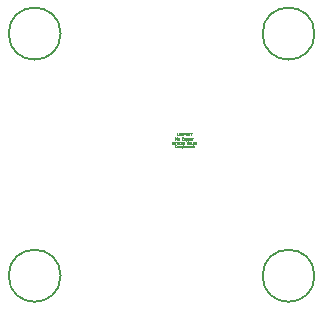
<source format=gbr>
%TF.GenerationSoftware,KiCad,Pcbnew,8.0.5*%
%TF.CreationDate,2024-10-09T18:33:24-04:00*%
%TF.ProjectId,PostureBestICM20948,506f7374-7572-4654-9265-737449434d32,rev?*%
%TF.SameCoordinates,Original*%
%TF.FileFunction,Other,Comment*%
%FSLAX46Y46*%
G04 Gerber Fmt 4.6, Leading zero omitted, Abs format (unit mm)*
G04 Created by KiCad (PCBNEW 8.0.5) date 2024-10-09 18:33:24*
%MOMM*%
%LPD*%
G01*
G04 APERTURE LIST*
%ADD10C,0.040000*%
%ADD11C,0.150000*%
G04 APERTURE END LIST*
D10*
X116630953Y-90590443D02*
X116630953Y-90390443D01*
X116745238Y-90590443D02*
X116659524Y-90476158D01*
X116745238Y-90390443D02*
X116630953Y-90504729D01*
X116830953Y-90485681D02*
X116897619Y-90485681D01*
X116926191Y-90590443D02*
X116830953Y-90590443D01*
X116830953Y-90590443D02*
X116830953Y-90390443D01*
X116830953Y-90390443D02*
X116926191Y-90390443D01*
X117011905Y-90485681D02*
X117078571Y-90485681D01*
X117107143Y-90590443D02*
X117011905Y-90590443D01*
X117011905Y-90590443D02*
X117011905Y-90390443D01*
X117011905Y-90390443D02*
X117107143Y-90390443D01*
X117192857Y-90590443D02*
X117192857Y-90390443D01*
X117192857Y-90390443D02*
X117269047Y-90390443D01*
X117269047Y-90390443D02*
X117288095Y-90399967D01*
X117288095Y-90399967D02*
X117297618Y-90409491D01*
X117297618Y-90409491D02*
X117307142Y-90428539D01*
X117307142Y-90428539D02*
X117307142Y-90457110D01*
X117307142Y-90457110D02*
X117297618Y-90476158D01*
X117297618Y-90476158D02*
X117288095Y-90485681D01*
X117288095Y-90485681D02*
X117269047Y-90495205D01*
X117269047Y-90495205D02*
X117192857Y-90495205D01*
X117430952Y-90390443D02*
X117469047Y-90390443D01*
X117469047Y-90390443D02*
X117488095Y-90399967D01*
X117488095Y-90399967D02*
X117507142Y-90419015D01*
X117507142Y-90419015D02*
X117516666Y-90457110D01*
X117516666Y-90457110D02*
X117516666Y-90523777D01*
X117516666Y-90523777D02*
X117507142Y-90561872D01*
X117507142Y-90561872D02*
X117488095Y-90580920D01*
X117488095Y-90580920D02*
X117469047Y-90590443D01*
X117469047Y-90590443D02*
X117430952Y-90590443D01*
X117430952Y-90590443D02*
X117411904Y-90580920D01*
X117411904Y-90580920D02*
X117392857Y-90561872D01*
X117392857Y-90561872D02*
X117383333Y-90523777D01*
X117383333Y-90523777D02*
X117383333Y-90457110D01*
X117383333Y-90457110D02*
X117392857Y-90419015D01*
X117392857Y-90419015D02*
X117411904Y-90399967D01*
X117411904Y-90399967D02*
X117430952Y-90390443D01*
X117602381Y-90390443D02*
X117602381Y-90552348D01*
X117602381Y-90552348D02*
X117611904Y-90571396D01*
X117611904Y-90571396D02*
X117621428Y-90580920D01*
X117621428Y-90580920D02*
X117640476Y-90590443D01*
X117640476Y-90590443D02*
X117678571Y-90590443D01*
X117678571Y-90590443D02*
X117697619Y-90580920D01*
X117697619Y-90580920D02*
X117707142Y-90571396D01*
X117707142Y-90571396D02*
X117716666Y-90552348D01*
X117716666Y-90552348D02*
X117716666Y-90390443D01*
X117783333Y-90390443D02*
X117897619Y-90390443D01*
X117840476Y-90590443D02*
X117840476Y-90390443D01*
X116507143Y-90990443D02*
X116507143Y-90790443D01*
X116507143Y-90790443D02*
X116621428Y-90990443D01*
X116621428Y-90990443D02*
X116621428Y-90790443D01*
X116745238Y-90990443D02*
X116726190Y-90980920D01*
X116726190Y-90980920D02*
X116716667Y-90971396D01*
X116716667Y-90971396D02*
X116707143Y-90952348D01*
X116707143Y-90952348D02*
X116707143Y-90895205D01*
X116707143Y-90895205D02*
X116716667Y-90876158D01*
X116716667Y-90876158D02*
X116726190Y-90866634D01*
X116726190Y-90866634D02*
X116745238Y-90857110D01*
X116745238Y-90857110D02*
X116773809Y-90857110D01*
X116773809Y-90857110D02*
X116792857Y-90866634D01*
X116792857Y-90866634D02*
X116802381Y-90876158D01*
X116802381Y-90876158D02*
X116811905Y-90895205D01*
X116811905Y-90895205D02*
X116811905Y-90952348D01*
X116811905Y-90952348D02*
X116802381Y-90971396D01*
X116802381Y-90971396D02*
X116792857Y-90980920D01*
X116792857Y-90980920D02*
X116773809Y-90990443D01*
X116773809Y-90990443D02*
X116745238Y-90990443D01*
X117164285Y-90971396D02*
X117154761Y-90980920D01*
X117154761Y-90980920D02*
X117126190Y-90990443D01*
X117126190Y-90990443D02*
X117107142Y-90990443D01*
X117107142Y-90990443D02*
X117078571Y-90980920D01*
X117078571Y-90980920D02*
X117059523Y-90961872D01*
X117059523Y-90961872D02*
X117050000Y-90942824D01*
X117050000Y-90942824D02*
X117040476Y-90904729D01*
X117040476Y-90904729D02*
X117040476Y-90876158D01*
X117040476Y-90876158D02*
X117050000Y-90838062D01*
X117050000Y-90838062D02*
X117059523Y-90819015D01*
X117059523Y-90819015D02*
X117078571Y-90799967D01*
X117078571Y-90799967D02*
X117107142Y-90790443D01*
X117107142Y-90790443D02*
X117126190Y-90790443D01*
X117126190Y-90790443D02*
X117154761Y-90799967D01*
X117154761Y-90799967D02*
X117164285Y-90809491D01*
X117278571Y-90990443D02*
X117259523Y-90980920D01*
X117259523Y-90980920D02*
X117250000Y-90971396D01*
X117250000Y-90971396D02*
X117240476Y-90952348D01*
X117240476Y-90952348D02*
X117240476Y-90895205D01*
X117240476Y-90895205D02*
X117250000Y-90876158D01*
X117250000Y-90876158D02*
X117259523Y-90866634D01*
X117259523Y-90866634D02*
X117278571Y-90857110D01*
X117278571Y-90857110D02*
X117307142Y-90857110D01*
X117307142Y-90857110D02*
X117326190Y-90866634D01*
X117326190Y-90866634D02*
X117335714Y-90876158D01*
X117335714Y-90876158D02*
X117345238Y-90895205D01*
X117345238Y-90895205D02*
X117345238Y-90952348D01*
X117345238Y-90952348D02*
X117335714Y-90971396D01*
X117335714Y-90971396D02*
X117326190Y-90980920D01*
X117326190Y-90980920D02*
X117307142Y-90990443D01*
X117307142Y-90990443D02*
X117278571Y-90990443D01*
X117430952Y-90857110D02*
X117430952Y-91057110D01*
X117430952Y-90866634D02*
X117449999Y-90857110D01*
X117449999Y-90857110D02*
X117488094Y-90857110D01*
X117488094Y-90857110D02*
X117507142Y-90866634D01*
X117507142Y-90866634D02*
X117516666Y-90876158D01*
X117516666Y-90876158D02*
X117526190Y-90895205D01*
X117526190Y-90895205D02*
X117526190Y-90952348D01*
X117526190Y-90952348D02*
X117516666Y-90971396D01*
X117516666Y-90971396D02*
X117507142Y-90980920D01*
X117507142Y-90980920D02*
X117488094Y-90990443D01*
X117488094Y-90990443D02*
X117449999Y-90990443D01*
X117449999Y-90990443D02*
X117430952Y-90980920D01*
X117611904Y-90857110D02*
X117611904Y-91057110D01*
X117611904Y-90866634D02*
X117630951Y-90857110D01*
X117630951Y-90857110D02*
X117669046Y-90857110D01*
X117669046Y-90857110D02*
X117688094Y-90866634D01*
X117688094Y-90866634D02*
X117697618Y-90876158D01*
X117697618Y-90876158D02*
X117707142Y-90895205D01*
X117707142Y-90895205D02*
X117707142Y-90952348D01*
X117707142Y-90952348D02*
X117697618Y-90971396D01*
X117697618Y-90971396D02*
X117688094Y-90980920D01*
X117688094Y-90980920D02*
X117669046Y-90990443D01*
X117669046Y-90990443D02*
X117630951Y-90990443D01*
X117630951Y-90990443D02*
X117611904Y-90980920D01*
X117869046Y-90980920D02*
X117849998Y-90990443D01*
X117849998Y-90990443D02*
X117811903Y-90990443D01*
X117811903Y-90990443D02*
X117792856Y-90980920D01*
X117792856Y-90980920D02*
X117783332Y-90961872D01*
X117783332Y-90961872D02*
X117783332Y-90885681D01*
X117783332Y-90885681D02*
X117792856Y-90866634D01*
X117792856Y-90866634D02*
X117811903Y-90857110D01*
X117811903Y-90857110D02*
X117849998Y-90857110D01*
X117849998Y-90857110D02*
X117869046Y-90866634D01*
X117869046Y-90866634D02*
X117878570Y-90885681D01*
X117878570Y-90885681D02*
X117878570Y-90904729D01*
X117878570Y-90904729D02*
X117783332Y-90923777D01*
X117964285Y-90990443D02*
X117964285Y-90857110D01*
X117964285Y-90895205D02*
X117973808Y-90876158D01*
X117973808Y-90876158D02*
X117983332Y-90866634D01*
X117983332Y-90866634D02*
X118002380Y-90857110D01*
X118002380Y-90857110D02*
X118021427Y-90857110D01*
X116583333Y-91621396D02*
X116573809Y-91630920D01*
X116573809Y-91630920D02*
X116545238Y-91640443D01*
X116545238Y-91640443D02*
X116526190Y-91640443D01*
X116526190Y-91640443D02*
X116497619Y-91630920D01*
X116497619Y-91630920D02*
X116478571Y-91611872D01*
X116478571Y-91611872D02*
X116469048Y-91592824D01*
X116469048Y-91592824D02*
X116459524Y-91554729D01*
X116459524Y-91554729D02*
X116459524Y-91526158D01*
X116459524Y-91526158D02*
X116469048Y-91488062D01*
X116469048Y-91488062D02*
X116478571Y-91469015D01*
X116478571Y-91469015D02*
X116497619Y-91449967D01*
X116497619Y-91449967D02*
X116526190Y-91440443D01*
X116526190Y-91440443D02*
X116545238Y-91440443D01*
X116545238Y-91440443D02*
X116573809Y-91449967D01*
X116573809Y-91449967D02*
X116583333Y-91459491D01*
X116697619Y-91640443D02*
X116678571Y-91630920D01*
X116678571Y-91630920D02*
X116669048Y-91621396D01*
X116669048Y-91621396D02*
X116659524Y-91602348D01*
X116659524Y-91602348D02*
X116659524Y-91545205D01*
X116659524Y-91545205D02*
X116669048Y-91526158D01*
X116669048Y-91526158D02*
X116678571Y-91516634D01*
X116678571Y-91516634D02*
X116697619Y-91507110D01*
X116697619Y-91507110D02*
X116726190Y-91507110D01*
X116726190Y-91507110D02*
X116745238Y-91516634D01*
X116745238Y-91516634D02*
X116754762Y-91526158D01*
X116754762Y-91526158D02*
X116764286Y-91545205D01*
X116764286Y-91545205D02*
X116764286Y-91602348D01*
X116764286Y-91602348D02*
X116754762Y-91621396D01*
X116754762Y-91621396D02*
X116745238Y-91630920D01*
X116745238Y-91630920D02*
X116726190Y-91640443D01*
X116726190Y-91640443D02*
X116697619Y-91640443D01*
X116850000Y-91640443D02*
X116850000Y-91507110D01*
X116850000Y-91526158D02*
X116859523Y-91516634D01*
X116859523Y-91516634D02*
X116878571Y-91507110D01*
X116878571Y-91507110D02*
X116907142Y-91507110D01*
X116907142Y-91507110D02*
X116926190Y-91516634D01*
X116926190Y-91516634D02*
X116935714Y-91535681D01*
X116935714Y-91535681D02*
X116935714Y-91640443D01*
X116935714Y-91535681D02*
X116945238Y-91516634D01*
X116945238Y-91516634D02*
X116964285Y-91507110D01*
X116964285Y-91507110D02*
X116992857Y-91507110D01*
X116992857Y-91507110D02*
X117011904Y-91516634D01*
X117011904Y-91516634D02*
X117021428Y-91535681D01*
X117021428Y-91535681D02*
X117021428Y-91640443D01*
X117116667Y-91507110D02*
X117116667Y-91707110D01*
X117116667Y-91516634D02*
X117135714Y-91507110D01*
X117135714Y-91507110D02*
X117173809Y-91507110D01*
X117173809Y-91507110D02*
X117192857Y-91516634D01*
X117192857Y-91516634D02*
X117202381Y-91526158D01*
X117202381Y-91526158D02*
X117211905Y-91545205D01*
X117211905Y-91545205D02*
X117211905Y-91602348D01*
X117211905Y-91602348D02*
X117202381Y-91621396D01*
X117202381Y-91621396D02*
X117192857Y-91630920D01*
X117192857Y-91630920D02*
X117173809Y-91640443D01*
X117173809Y-91640443D02*
X117135714Y-91640443D01*
X117135714Y-91640443D02*
X117116667Y-91630920D01*
X117326190Y-91640443D02*
X117307142Y-91630920D01*
X117307142Y-91630920D02*
X117297619Y-91621396D01*
X117297619Y-91621396D02*
X117288095Y-91602348D01*
X117288095Y-91602348D02*
X117288095Y-91545205D01*
X117288095Y-91545205D02*
X117297619Y-91526158D01*
X117297619Y-91526158D02*
X117307142Y-91516634D01*
X117307142Y-91516634D02*
X117326190Y-91507110D01*
X117326190Y-91507110D02*
X117354761Y-91507110D01*
X117354761Y-91507110D02*
X117373809Y-91516634D01*
X117373809Y-91516634D02*
X117383333Y-91526158D01*
X117383333Y-91526158D02*
X117392857Y-91545205D01*
X117392857Y-91545205D02*
X117392857Y-91602348D01*
X117392857Y-91602348D02*
X117383333Y-91621396D01*
X117383333Y-91621396D02*
X117373809Y-91630920D01*
X117373809Y-91630920D02*
X117354761Y-91640443D01*
X117354761Y-91640443D02*
X117326190Y-91640443D01*
X117478571Y-91507110D02*
X117478571Y-91640443D01*
X117478571Y-91526158D02*
X117488094Y-91516634D01*
X117488094Y-91516634D02*
X117507142Y-91507110D01*
X117507142Y-91507110D02*
X117535713Y-91507110D01*
X117535713Y-91507110D02*
X117554761Y-91516634D01*
X117554761Y-91516634D02*
X117564285Y-91535681D01*
X117564285Y-91535681D02*
X117564285Y-91640443D01*
X117735713Y-91630920D02*
X117716665Y-91640443D01*
X117716665Y-91640443D02*
X117678570Y-91640443D01*
X117678570Y-91640443D02*
X117659523Y-91630920D01*
X117659523Y-91630920D02*
X117649999Y-91611872D01*
X117649999Y-91611872D02*
X117649999Y-91535681D01*
X117649999Y-91535681D02*
X117659523Y-91516634D01*
X117659523Y-91516634D02*
X117678570Y-91507110D01*
X117678570Y-91507110D02*
X117716665Y-91507110D01*
X117716665Y-91507110D02*
X117735713Y-91516634D01*
X117735713Y-91516634D02*
X117745237Y-91535681D01*
X117745237Y-91535681D02*
X117745237Y-91554729D01*
X117745237Y-91554729D02*
X117649999Y-91573777D01*
X117830952Y-91507110D02*
X117830952Y-91640443D01*
X117830952Y-91526158D02*
X117840475Y-91516634D01*
X117840475Y-91516634D02*
X117859523Y-91507110D01*
X117859523Y-91507110D02*
X117888094Y-91507110D01*
X117888094Y-91507110D02*
X117907142Y-91516634D01*
X117907142Y-91516634D02*
X117916666Y-91535681D01*
X117916666Y-91535681D02*
X117916666Y-91640443D01*
X117983332Y-91507110D02*
X118059523Y-91507110D01*
X118011904Y-91440443D02*
X118011904Y-91611872D01*
X118011904Y-91611872D02*
X118021427Y-91630920D01*
X118021427Y-91630920D02*
X118040475Y-91640443D01*
X118040475Y-91640443D02*
X118059523Y-91640443D01*
X116221428Y-91340443D02*
X116221428Y-91140443D01*
X116221428Y-91140443D02*
X116269047Y-91140443D01*
X116269047Y-91140443D02*
X116297618Y-91149967D01*
X116297618Y-91149967D02*
X116316666Y-91169015D01*
X116316666Y-91169015D02*
X116326189Y-91188062D01*
X116326189Y-91188062D02*
X116335713Y-91226158D01*
X116335713Y-91226158D02*
X116335713Y-91254729D01*
X116335713Y-91254729D02*
X116326189Y-91292824D01*
X116326189Y-91292824D02*
X116316666Y-91311872D01*
X116316666Y-91311872D02*
X116297618Y-91330920D01*
X116297618Y-91330920D02*
X116269047Y-91340443D01*
X116269047Y-91340443D02*
X116221428Y-91340443D01*
X116421428Y-91340443D02*
X116421428Y-91207110D01*
X116421428Y-91140443D02*
X116411904Y-91149967D01*
X116411904Y-91149967D02*
X116421428Y-91159491D01*
X116421428Y-91159491D02*
X116430951Y-91149967D01*
X116430951Y-91149967D02*
X116421428Y-91140443D01*
X116421428Y-91140443D02*
X116421428Y-91159491D01*
X116516666Y-91340443D02*
X116516666Y-91207110D01*
X116516666Y-91245205D02*
X116526189Y-91226158D01*
X116526189Y-91226158D02*
X116535713Y-91216634D01*
X116535713Y-91216634D02*
X116554761Y-91207110D01*
X116554761Y-91207110D02*
X116573808Y-91207110D01*
X116716666Y-91330920D02*
X116697618Y-91340443D01*
X116697618Y-91340443D02*
X116659523Y-91340443D01*
X116659523Y-91340443D02*
X116640476Y-91330920D01*
X116640476Y-91330920D02*
X116630952Y-91311872D01*
X116630952Y-91311872D02*
X116630952Y-91235681D01*
X116630952Y-91235681D02*
X116640476Y-91216634D01*
X116640476Y-91216634D02*
X116659523Y-91207110D01*
X116659523Y-91207110D02*
X116697618Y-91207110D01*
X116697618Y-91207110D02*
X116716666Y-91216634D01*
X116716666Y-91216634D02*
X116726190Y-91235681D01*
X116726190Y-91235681D02*
X116726190Y-91254729D01*
X116726190Y-91254729D02*
X116630952Y-91273777D01*
X116897619Y-91330920D02*
X116878571Y-91340443D01*
X116878571Y-91340443D02*
X116840476Y-91340443D01*
X116840476Y-91340443D02*
X116821428Y-91330920D01*
X116821428Y-91330920D02*
X116811905Y-91321396D01*
X116811905Y-91321396D02*
X116802381Y-91302348D01*
X116802381Y-91302348D02*
X116802381Y-91245205D01*
X116802381Y-91245205D02*
X116811905Y-91226158D01*
X116811905Y-91226158D02*
X116821428Y-91216634D01*
X116821428Y-91216634D02*
X116840476Y-91207110D01*
X116840476Y-91207110D02*
X116878571Y-91207110D01*
X116878571Y-91207110D02*
X116897619Y-91216634D01*
X116954762Y-91207110D02*
X117030953Y-91207110D01*
X116983334Y-91140443D02*
X116983334Y-91311872D01*
X116983334Y-91311872D02*
X116992857Y-91330920D01*
X116992857Y-91330920D02*
X117011905Y-91340443D01*
X117011905Y-91340443D02*
X117030953Y-91340443D01*
X117126191Y-91340443D02*
X117107143Y-91330920D01*
X117107143Y-91330920D02*
X117097620Y-91311872D01*
X117097620Y-91311872D02*
X117097620Y-91140443D01*
X117183334Y-91207110D02*
X117230953Y-91340443D01*
X117278572Y-91207110D02*
X117230953Y-91340443D01*
X117230953Y-91340443D02*
X117211905Y-91388062D01*
X117211905Y-91388062D02*
X117202382Y-91397586D01*
X117202382Y-91397586D02*
X117183334Y-91407110D01*
X117573810Y-91235681D02*
X117602382Y-91245205D01*
X117602382Y-91245205D02*
X117611905Y-91254729D01*
X117611905Y-91254729D02*
X117621429Y-91273777D01*
X117621429Y-91273777D02*
X117621429Y-91302348D01*
X117621429Y-91302348D02*
X117611905Y-91321396D01*
X117611905Y-91321396D02*
X117602382Y-91330920D01*
X117602382Y-91330920D02*
X117583334Y-91340443D01*
X117583334Y-91340443D02*
X117507144Y-91340443D01*
X117507144Y-91340443D02*
X117507144Y-91140443D01*
X117507144Y-91140443D02*
X117573810Y-91140443D01*
X117573810Y-91140443D02*
X117592858Y-91149967D01*
X117592858Y-91149967D02*
X117602382Y-91159491D01*
X117602382Y-91159491D02*
X117611905Y-91178539D01*
X117611905Y-91178539D02*
X117611905Y-91197586D01*
X117611905Y-91197586D02*
X117602382Y-91216634D01*
X117602382Y-91216634D02*
X117592858Y-91226158D01*
X117592858Y-91226158D02*
X117573810Y-91235681D01*
X117573810Y-91235681D02*
X117507144Y-91235681D01*
X117783334Y-91330920D02*
X117764286Y-91340443D01*
X117764286Y-91340443D02*
X117726191Y-91340443D01*
X117726191Y-91340443D02*
X117707144Y-91330920D01*
X117707144Y-91330920D02*
X117697620Y-91311872D01*
X117697620Y-91311872D02*
X117697620Y-91235681D01*
X117697620Y-91235681D02*
X117707144Y-91216634D01*
X117707144Y-91216634D02*
X117726191Y-91207110D01*
X117726191Y-91207110D02*
X117764286Y-91207110D01*
X117764286Y-91207110D02*
X117783334Y-91216634D01*
X117783334Y-91216634D02*
X117792858Y-91235681D01*
X117792858Y-91235681D02*
X117792858Y-91254729D01*
X117792858Y-91254729D02*
X117697620Y-91273777D01*
X117907144Y-91340443D02*
X117888096Y-91330920D01*
X117888096Y-91330920D02*
X117878573Y-91311872D01*
X117878573Y-91311872D02*
X117878573Y-91140443D01*
X118011906Y-91340443D02*
X117992858Y-91330920D01*
X117992858Y-91330920D02*
X117983335Y-91321396D01*
X117983335Y-91321396D02*
X117973811Y-91302348D01*
X117973811Y-91302348D02*
X117973811Y-91245205D01*
X117973811Y-91245205D02*
X117983335Y-91226158D01*
X117983335Y-91226158D02*
X117992858Y-91216634D01*
X117992858Y-91216634D02*
X118011906Y-91207110D01*
X118011906Y-91207110D02*
X118040477Y-91207110D01*
X118040477Y-91207110D02*
X118059525Y-91216634D01*
X118059525Y-91216634D02*
X118069049Y-91226158D01*
X118069049Y-91226158D02*
X118078573Y-91245205D01*
X118078573Y-91245205D02*
X118078573Y-91302348D01*
X118078573Y-91302348D02*
X118069049Y-91321396D01*
X118069049Y-91321396D02*
X118059525Y-91330920D01*
X118059525Y-91330920D02*
X118040477Y-91340443D01*
X118040477Y-91340443D02*
X118011906Y-91340443D01*
X118145239Y-91207110D02*
X118183334Y-91340443D01*
X118183334Y-91340443D02*
X118221429Y-91245205D01*
X118221429Y-91245205D02*
X118259525Y-91340443D01*
X118259525Y-91340443D02*
X118297620Y-91207110D01*
D11*
%TO.C,H2*%
X128300000Y-102500000D02*
G75*
G02*
X123900000Y-102500000I-2200000J0D01*
G01*
X123900000Y-102500000D02*
G75*
G02*
X128300000Y-102500000I2200000J0D01*
G01*
%TO.C,H3*%
X106800000Y-102500000D02*
G75*
G02*
X102400000Y-102500000I-2200000J0D01*
G01*
X102400000Y-102500000D02*
G75*
G02*
X106800000Y-102500000I2200000J0D01*
G01*
%TO.C,H4*%
X106800000Y-82000000D02*
G75*
G02*
X102400000Y-82000000I-2200000J0D01*
G01*
X102400000Y-82000000D02*
G75*
G02*
X106800000Y-82000000I2200000J0D01*
G01*
%TO.C,H1*%
X128300000Y-82000000D02*
G75*
G02*
X123900000Y-82000000I-2200000J0D01*
G01*
X123900000Y-82000000D02*
G75*
G02*
X128300000Y-82000000I2200000J0D01*
G01*
%TD*%
M02*

</source>
